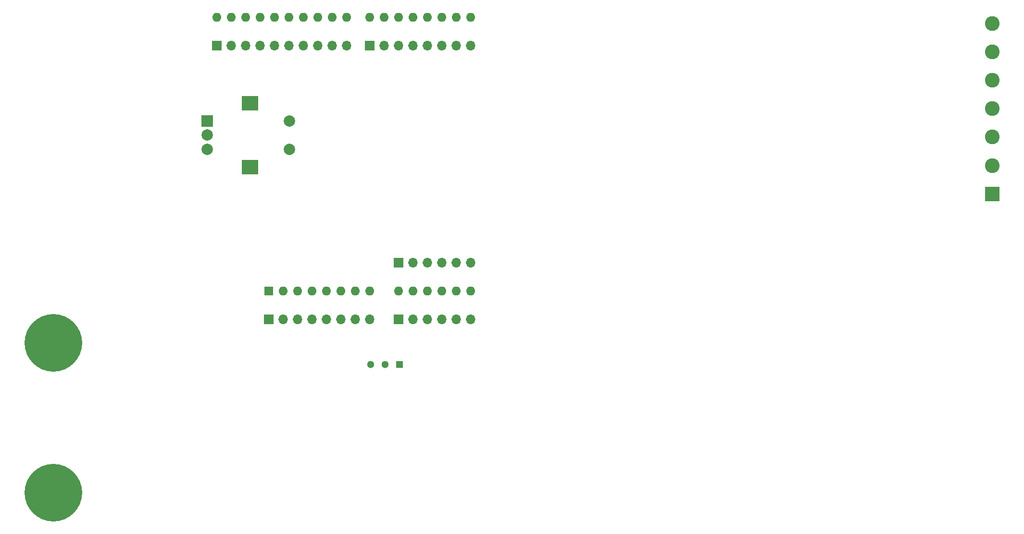
<source format=gbs>
%TF.GenerationSoftware,KiCad,Pcbnew,5.1.10*%
%TF.CreationDate,2021-11-06T16:29:50+01:00*%
%TF.ProjectId,PCB_BLDC,5043425f-424c-4444-932e-6b696361645f,V1*%
%TF.SameCoordinates,Original*%
%TF.FileFunction,Soldermask,Bot*%
%TF.FilePolarity,Negative*%
%FSLAX46Y46*%
G04 Gerber Fmt 4.6, Leading zero omitted, Abs format (unit mm)*
G04 Created by KiCad (PCBNEW 5.1.10) date 2021-11-06 16:29:50*
%MOMM*%
%LPD*%
G01*
G04 APERTURE LIST*
%ADD10C,10.160000*%
%ADD11O,1.600000X1.600000*%
%ADD12R,1.600000X1.600000*%
%ADD13C,2.600000*%
%ADD14R,2.600000X2.600000*%
%ADD15O,1.700000X1.700000*%
%ADD16R,1.700000X1.700000*%
%ADD17R,2.000000X2.000000*%
%ADD18C,2.000000*%
%ADD19R,3.000000X2.500000*%
%ADD20C,1.300000*%
%ADD21R,1.300000X1.300000*%
G04 APERTURE END LIST*
D10*
%TO.C,J8*%
X36576000Y-148336000D03*
%TD*%
D11*
%TO.C,A1*%
X107569000Y-64554100D03*
X110109000Y-64554100D03*
X70489000Y-64554100D03*
X110109000Y-112814100D03*
X73029000Y-64554100D03*
X107569000Y-112814100D03*
X75569000Y-64554100D03*
X105029000Y-112814100D03*
X78109000Y-64554100D03*
X102489000Y-112814100D03*
X80649000Y-64554100D03*
X99949000Y-112814100D03*
X83189000Y-64554100D03*
X97409000Y-112814100D03*
X85729000Y-64554100D03*
X92329000Y-112814100D03*
X88269000Y-64554100D03*
X89789000Y-112814100D03*
X92329000Y-64554100D03*
X87249000Y-112814100D03*
X94869000Y-64554100D03*
X84709000Y-112814100D03*
X97409000Y-64554100D03*
X82169000Y-112814100D03*
X99949000Y-64554100D03*
X79629000Y-112814100D03*
X102489000Y-64554100D03*
X77089000Y-112814100D03*
X105029000Y-64554100D03*
D12*
X74549000Y-112814100D03*
D11*
X67949000Y-64554100D03*
X65409000Y-64554100D03*
%TD*%
D13*
%TO.C,J11*%
X201930000Y-65678000D03*
X201930000Y-70678000D03*
X201930000Y-75678000D03*
X201930000Y-80678000D03*
X201930000Y-85678000D03*
X201930000Y-90678000D03*
D14*
X201930000Y-95678000D03*
%TD*%
D15*
%TO.C,J10*%
X110109000Y-107814100D03*
X107569000Y-107814100D03*
X105029000Y-107814100D03*
X102489000Y-107814100D03*
X99949000Y-107814100D03*
D16*
X97409000Y-107814100D03*
%TD*%
D10*
%TO.C,J9*%
X36576000Y-121920000D03*
%TD*%
D17*
%TO.C,SW1*%
X63690500Y-82842100D03*
D18*
X63690500Y-85342100D03*
X63690500Y-87842100D03*
D19*
X71190500Y-79742100D03*
X71190500Y-90942100D03*
D18*
X78190500Y-82842100D03*
X78190500Y-87842100D03*
%TD*%
D20*
%TO.C,U1*%
X92456000Y-125730000D03*
D21*
X97536000Y-125730000D03*
D20*
X94996000Y-125730000D03*
%TD*%
D16*
%TO.C,J12*%
X97409000Y-117814100D03*
D15*
X99949000Y-117814100D03*
X102489000Y-117814100D03*
X105029000Y-117814100D03*
X107569000Y-117814100D03*
X110109000Y-117814100D03*
%TD*%
D16*
%TO.C,J13*%
X74549000Y-117814100D03*
D15*
X77089000Y-117814100D03*
X79629000Y-117814100D03*
X82169000Y-117814100D03*
X84709000Y-117814100D03*
X87249000Y-117814100D03*
X89789000Y-117814100D03*
X92329000Y-117814100D03*
%TD*%
%TO.C,J16*%
X110109000Y-69554100D03*
X107569000Y-69554100D03*
X105029000Y-69554100D03*
X102489000Y-69554100D03*
X99949000Y-69554100D03*
X97409000Y-69554100D03*
X94869000Y-69554100D03*
D16*
X92329000Y-69554100D03*
%TD*%
%TO.C,J17*%
X65405000Y-69554100D03*
D15*
X67945000Y-69554100D03*
X70485000Y-69554100D03*
X73025000Y-69554100D03*
X75565000Y-69554100D03*
X78105000Y-69554100D03*
X80645000Y-69554100D03*
X83185000Y-69554100D03*
X85725000Y-69554100D03*
X88265000Y-69554100D03*
%TD*%
M02*

</source>
